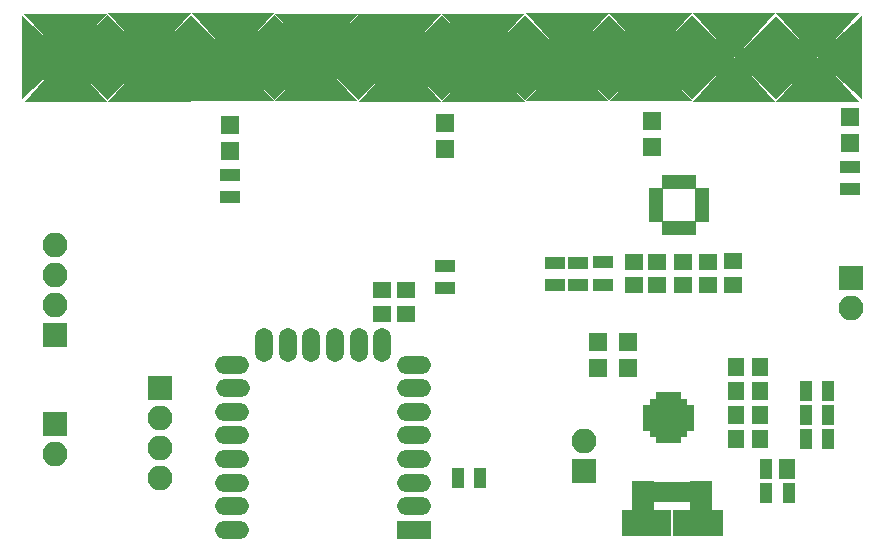
<source format=gbr>
G04 #@! TF.FileFunction,Soldermask,Top*
%FSLAX46Y46*%
G04 Gerber Fmt 4.6, Leading zero omitted, Abs format (unit mm)*
G04 Created by KiCad (PCBNEW 4.0.7) date Tue Jul 17 19:33:22 2018*
%MOMM*%
%LPD*%
G01*
G04 APERTURE LIST*
%ADD10C,0.100000*%
%ADD11R,1.400000X1.650000*%
%ADD12R,1.650000X1.400000*%
%ADD13R,1.600000X1.600000*%
%ADD14R,2.100000X2.100000*%
%ADD15O,2.100000X2.100000*%
%ADD16R,0.850000X1.780000*%
%ADD17R,1.875000X2.500000*%
%ADD18R,2.775000X2.300000*%
%ADD19R,1.575000X2.300000*%
%ADD20R,1.100000X1.700000*%
%ADD21R,1.700000X1.100000*%
%ADD22R,0.700000X0.700000*%
%ADD23R,0.700000X1.300000*%
%ADD24R,1.300000X0.700000*%
%ADD25R,2.200000X2.200000*%
%ADD26R,0.600000X1.200000*%
%ADD27R,1.200000X0.600000*%
%ADD28R,2.900000X1.500000*%
%ADD29O,2.900000X1.500000*%
%ADD30O,1.500000X2.900000*%
%ADD31R,1.390000X1.700000*%
%ADD32R,0.990000X1.700000*%
G04 APERTURE END LIST*
D10*
G36*
X171795440Y-99019214D02*
X168259906Y-95483680D01*
X171795440Y-91948146D01*
X175330974Y-95483680D01*
X171795440Y-99019214D01*
X171795440Y-99019214D01*
G37*
G36*
X164693600Y-99044409D02*
X161122711Y-95473520D01*
X164693600Y-91902631D01*
X168264489Y-95473520D01*
X164693600Y-99044409D01*
X164693600Y-99044409D01*
G37*
G36*
X157642560Y-99054569D02*
X154071671Y-95483680D01*
X157642560Y-91912791D01*
X161213449Y-95483680D01*
X157642560Y-99054569D01*
X157642560Y-99054569D01*
G37*
G36*
X150591520Y-99054569D02*
X147020631Y-95483680D01*
X150591520Y-91912791D01*
X154162409Y-95483680D01*
X150591520Y-99054569D01*
X150591520Y-99054569D01*
G37*
G36*
X143540480Y-99054569D02*
X139969591Y-95483680D01*
X143540480Y-91912791D01*
X147111369Y-95483680D01*
X143540480Y-99054569D01*
X143540480Y-99054569D01*
G37*
G36*
X136448800Y-99079765D02*
X132842555Y-95473520D01*
X136448800Y-91867275D01*
X140055045Y-95473520D01*
X136448800Y-99079765D01*
X136448800Y-99079765D01*
G37*
G36*
X129362200Y-99079765D02*
X125755955Y-95473520D01*
X129362200Y-91867275D01*
X132968445Y-95473520D01*
X129362200Y-99079765D01*
X129362200Y-99079765D01*
G37*
G36*
X122275600Y-99130565D02*
X118669355Y-95524320D01*
X122275600Y-91918075D01*
X125881845Y-95524320D01*
X122275600Y-99130565D01*
X122275600Y-99130565D01*
G37*
G36*
X115224560Y-99069605D02*
X111618315Y-95463360D01*
X115224560Y-91857115D01*
X118830805Y-95463360D01*
X115224560Y-99069605D01*
X115224560Y-99069605D01*
G37*
G36*
X164754600Y-99233600D02*
X168044600Y-95533600D01*
X168454600Y-95533600D01*
X171744600Y-99233600D01*
X164754600Y-99233600D01*
X164754600Y-99233600D01*
G37*
G36*
X171836120Y-99243760D02*
X175126120Y-95543760D01*
X175536120Y-95543760D01*
X178826120Y-99243760D01*
X171836120Y-99243760D01*
X171836120Y-99243760D01*
G37*
G36*
X157718800Y-99203120D02*
X161008800Y-95503120D01*
X161418800Y-95503120D01*
X164708800Y-99203120D01*
X157718800Y-99203120D01*
X157718800Y-99203120D01*
G37*
G36*
X150616960Y-99187880D02*
X153906960Y-95487880D01*
X154316960Y-95487880D01*
X157606960Y-99187880D01*
X150616960Y-99187880D01*
X150616960Y-99187880D01*
G37*
G36*
X143530360Y-99233600D02*
X146820360Y-95533600D01*
X147230360Y-95533600D01*
X150520360Y-99233600D01*
X143530360Y-99233600D01*
X143530360Y-99233600D01*
G37*
G36*
X136489480Y-99208200D02*
X139779480Y-95508200D01*
X140189480Y-95508200D01*
X143479480Y-99208200D01*
X136489480Y-99208200D01*
X136489480Y-99208200D01*
G37*
G36*
X129372400Y-99198040D02*
X132662400Y-95498040D01*
X133072400Y-95498040D01*
X136362400Y-99198040D01*
X129372400Y-99198040D01*
X129372400Y-99198040D01*
G37*
G36*
X122316280Y-99203120D02*
X125606280Y-95503120D01*
X126016280Y-95503120D01*
X129306280Y-99203120D01*
X122316280Y-99203120D01*
X122316280Y-99203120D01*
G37*
G36*
X115250000Y-99264080D02*
X118540000Y-95564080D01*
X118950000Y-95564080D01*
X122240000Y-99264080D01*
X115250000Y-99264080D01*
X115250000Y-99264080D01*
G37*
G36*
X108188800Y-99218360D02*
X111478800Y-95518360D01*
X111888800Y-95518360D01*
X115178800Y-99218360D01*
X108188800Y-99218360D01*
X108188800Y-99218360D01*
G37*
G36*
X179086120Y-98978680D02*
X175386120Y-95688680D01*
X175386120Y-95278680D01*
X179086120Y-91988680D01*
X179086120Y-98978680D01*
X179086120Y-98978680D01*
G37*
G36*
X107944040Y-91993760D02*
X111644040Y-95283760D01*
X111644040Y-95693760D01*
X107944040Y-98983760D01*
X107944040Y-91993760D01*
X107944040Y-91993760D01*
G37*
G36*
X115153400Y-91759160D02*
X111863400Y-95459160D01*
X111453400Y-95459160D01*
X108163400Y-91759160D01*
X115153400Y-91759160D01*
X115153400Y-91759160D01*
G37*
G36*
X122275560Y-91749000D02*
X118985560Y-95449000D01*
X118575560Y-95449000D01*
X115285560Y-91749000D01*
X122275560Y-91749000D01*
X122275560Y-91749000D01*
G37*
G36*
X129336760Y-91738840D02*
X126046760Y-95438840D01*
X125636760Y-95438840D01*
X122346760Y-91738840D01*
X129336760Y-91738840D01*
X129336760Y-91738840D01*
G37*
G36*
X136423360Y-91784560D02*
X133133360Y-95484560D01*
X132723360Y-95484560D01*
X129433360Y-91784560D01*
X136423360Y-91784560D01*
X136423360Y-91784560D01*
G37*
G36*
X143433760Y-91784560D02*
X140143760Y-95484560D01*
X139733760Y-95484560D01*
X136443760Y-91784560D01*
X143433760Y-91784560D01*
X143433760Y-91784560D01*
G37*
G36*
X150505120Y-91784560D02*
X147215120Y-95484560D01*
X146805120Y-95484560D01*
X143515120Y-91784560D01*
X150505120Y-91784560D01*
X150505120Y-91784560D01*
G37*
G36*
X157642520Y-91754080D02*
X154352520Y-95454080D01*
X153942520Y-95454080D01*
X150652520Y-91754080D01*
X157642520Y-91754080D01*
X157642520Y-91754080D01*
G37*
G36*
X164683400Y-91723600D02*
X161393400Y-95423600D01*
X160983400Y-95423600D01*
X157693400Y-91723600D01*
X164683400Y-91723600D01*
X164683400Y-91723600D01*
G37*
G36*
X171754760Y-91749000D02*
X168464760Y-95449000D01*
X168054760Y-95449000D01*
X164764760Y-91749000D01*
X171754760Y-91749000D01*
X171754760Y-91749000D01*
G37*
G36*
X178826120Y-91749000D02*
X175536120Y-95449000D01*
X175126120Y-95449000D01*
X171836120Y-91749000D01*
X178826120Y-91749000D01*
X178826120Y-91749000D01*
G37*
D11*
X170418000Y-127762000D03*
X168418000Y-127762000D03*
X170418000Y-125730000D03*
X168418000Y-125730000D03*
X170418000Y-123698000D03*
X168418000Y-123698000D03*
X170418000Y-121666000D03*
X168418000Y-121666000D03*
D12*
X168140000Y-114720000D03*
X168140000Y-112720000D03*
X159760000Y-114770000D03*
X159760000Y-112770000D03*
X161770000Y-114770000D03*
X161770000Y-112770000D03*
X163950000Y-114770000D03*
X163950000Y-112770000D03*
X166020000Y-114770000D03*
X166020000Y-112770000D03*
D13*
X159258000Y-119550000D03*
X159258000Y-121750000D03*
X156718000Y-119550000D03*
X156718000Y-121750000D03*
X125624000Y-103404000D03*
X125624000Y-101204000D03*
X143764000Y-103208000D03*
X143764000Y-101008000D03*
X161320000Y-103020000D03*
X161320000Y-100820000D03*
X178054000Y-102700000D03*
X178054000Y-100500000D03*
D14*
X110744000Y-126492000D03*
D15*
X110744000Y-129032000D03*
D14*
X119634000Y-123444000D03*
D15*
X119634000Y-125984000D03*
X119634000Y-128524000D03*
X119634000Y-131064000D03*
D16*
X161717200Y-132264800D03*
X162367200Y-132264800D03*
X163017200Y-132264800D03*
X163667200Y-132264800D03*
X164317200Y-132264800D03*
D17*
X160554700Y-132624800D03*
X165479700Y-132624800D03*
D18*
X160107200Y-134924800D03*
X165927200Y-134924800D03*
D19*
X162177200Y-134924800D03*
X163857200Y-134924800D03*
D20*
X174310000Y-127762000D03*
X176210000Y-127762000D03*
X174310000Y-125730000D03*
X176210000Y-125730000D03*
X174310000Y-123698000D03*
X176210000Y-123698000D03*
D21*
X153090000Y-114740000D03*
X153090000Y-112840000D03*
X155040000Y-114740000D03*
X155040000Y-112840000D03*
X125624000Y-107318000D03*
X125624000Y-105418000D03*
X143764000Y-114996000D03*
X143764000Y-113096000D03*
X157200000Y-114720000D03*
X157200000Y-112820000D03*
D20*
X146746000Y-131064000D03*
X144846000Y-131064000D03*
D21*
X178054000Y-106614000D03*
X178054000Y-104714000D03*
D22*
X161462400Y-127234000D03*
D23*
X161962400Y-127534000D03*
X162462400Y-127534000D03*
X162962400Y-127534000D03*
X163462400Y-127534000D03*
D22*
X163962400Y-127234000D03*
D24*
X164262400Y-126734000D03*
X164262400Y-126234000D03*
X164262400Y-125734000D03*
X164262400Y-125234000D03*
D22*
X163962400Y-124734000D03*
D23*
X163462400Y-124434000D03*
X162962400Y-124434000D03*
X162462400Y-124434000D03*
X161962400Y-124434000D03*
D22*
X161462400Y-124734000D03*
D24*
X161162400Y-125234000D03*
X161162400Y-125734000D03*
X161162400Y-126234000D03*
X161162400Y-126734000D03*
D25*
X162712400Y-125984000D03*
D26*
X162376000Y-109900000D03*
X162776000Y-109900000D03*
X163176000Y-109900000D03*
X163576000Y-109900000D03*
X163976000Y-109900000D03*
X164376000Y-109900000D03*
X164776000Y-109900000D03*
D27*
X165526000Y-109150000D03*
X165526000Y-108750000D03*
X165526000Y-108350000D03*
X165526000Y-107950000D03*
X165526000Y-107550000D03*
X165526000Y-107150000D03*
X165526000Y-106750000D03*
D26*
X164776000Y-106000000D03*
X164376000Y-106000000D03*
X163976000Y-106000000D03*
X163576000Y-106000000D03*
X163176000Y-106000000D03*
X162776000Y-106000000D03*
X162376000Y-106000000D03*
D27*
X161626000Y-106750000D03*
X161626000Y-107150000D03*
X161626000Y-107550000D03*
X161626000Y-107950000D03*
X161626000Y-108350000D03*
X161626000Y-108750000D03*
X161626000Y-109150000D03*
D28*
X141162000Y-135483600D03*
D29*
X141162000Y-133483600D03*
X141162000Y-131483600D03*
X141162000Y-129483600D03*
X141162000Y-127483600D03*
X141162000Y-125483600D03*
X141162000Y-123483600D03*
X141162000Y-121483600D03*
X125762000Y-121483600D03*
X125862000Y-123483600D03*
X125762000Y-125483600D03*
X125762000Y-127483600D03*
X125762000Y-129483600D03*
X125762000Y-131483600D03*
X125762000Y-133483600D03*
X125762000Y-135483600D03*
D30*
X138472000Y-119783600D03*
X136472000Y-119783600D03*
X134472000Y-119783600D03*
X132472000Y-119783600D03*
X130472000Y-119783600D03*
X128472000Y-119783600D03*
D14*
X155549600Y-130454400D03*
D15*
X155549600Y-127914400D03*
D31*
X172718000Y-130293000D03*
D32*
X170998000Y-130293000D03*
X170998000Y-132343000D03*
X172918000Y-132343000D03*
D14*
X178180000Y-114170000D03*
D15*
X178180000Y-116710000D03*
D14*
X110744000Y-118973600D03*
D15*
X110744000Y-116433600D03*
X110744000Y-113893600D03*
X110744000Y-111353600D03*
D12*
X140462000Y-117179600D03*
X140462000Y-115179600D03*
X138430000Y-117179600D03*
X138430000Y-115179600D03*
M02*

</source>
